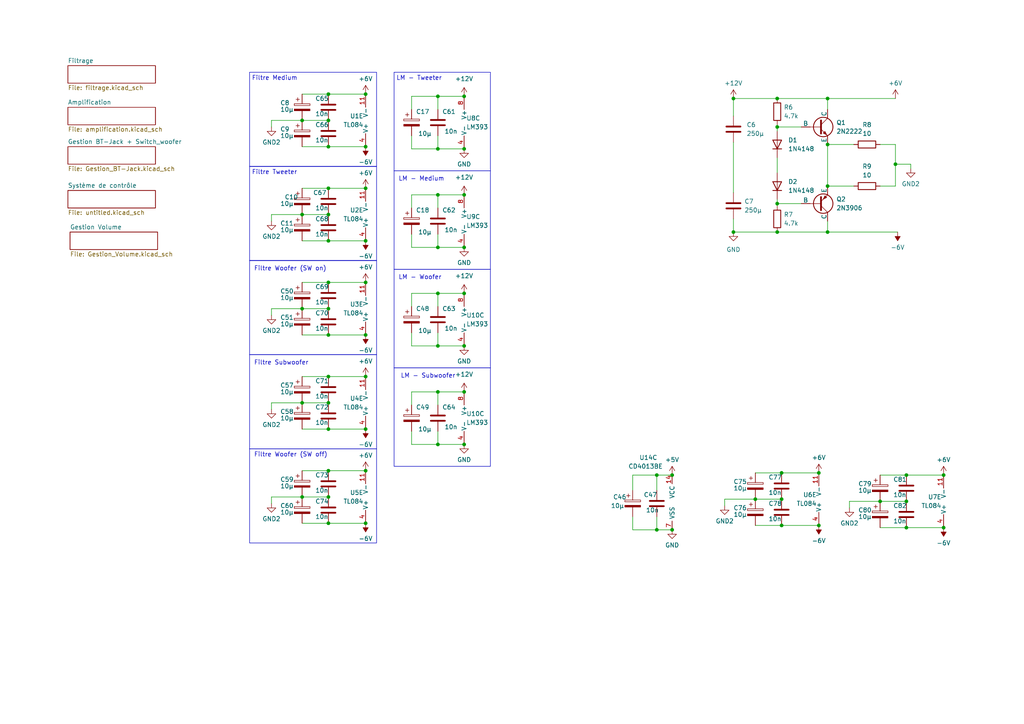
<source format=kicad_sch>
(kicad_sch (version 20230121) (generator eeschema)
  (paper "A4")
  (title_block (title "Equilizer 3 voies Ampli Classe D") (date "2024-10-17") (rev "A"))
  (lib_symbols
    (symbol "1_My_Lib:CD4013BE"
      (property "Reference" "U" (at 0 3.175 0))
      (property "Value" "CD4013BE" (at 0 1.27 0))
      (symbol "CD4013BE_1_1"
        (rectangle (start -6.35 0) (end 6.35 -17.145) (fill (type background)))
        (polyline (pts (xy -6.35 -6.35) (xy -5.715 -6.985) (xy -6.35 -7.62) (xy -6.35 -6.35)))
        (pin passive line (at 8.89 -1.905 180) (length 2.54) (name "Q1") (number "1"))
        (pin passive line (at 8.89 -6.985 180) (length 2.54) (name "/Q1") (number "2"))
        (pin passive line (at -8.89 -6.985 0) (length 2.54) (name "CLK1") (number "3"))
        (pin passive line (at -8.89 -11.43 0) (length 2.54) (name "RESET1") (number "4"))
        (pin passive line (at -8.89 -1.905 0) (length 2.54) (name "D1") (number "5"))
        (pin passive line (at -8.89 -15.24 0) (length 2.54) (name "SET1") (number "6"))
      )
      (symbol "CD4013BE_2_1"
        (rectangle (start -6.35 0) (end 6.35 -17.145) (fill (type background)))
        (polyline (pts (xy -6.35 -6.35) (xy -5.715 -6.985) (xy -6.35 -7.62) (xy -6.35 -6.35)))
        (pin passive line (at -8.89 -11.43 0) (length 2.54) (name "RESET2") (number "10"))
        (pin passive line (at -8.89 -6.985 0) (length 2.54) (name "CLK2") (number "11"))
        (pin passive line (at 8.89 -6.985 180) (length 2.54) (name "/Q2") (number "12"))
        (pin passive line (at 8.89 -1.905 180) (length 2.54) (name "Q2") (number "13"))
        (pin passive line (at -8.89 -15.24 0) (length 2.54) (name "SET2") (number "8"))
        (pin passive line (at -8.89 -1.905 0) (length 2.54) (name "D2") (number "9"))
      )
      (symbol "CD4013BE_3_1"
        (pin passive line (at 0 -3.81 270) (length 2.54) (name "VCC") (number "14"))
        (pin passive line (at 0 -19.685 90) (length 2.54) (name "VSS") (number "7"))
      )
    )
    (symbol "Amplifier_Operational:TL084" (pin_names (offset 0.127))
      (property "Reference" "U" (at 0 5.08 0))
      (property "Value" "TL084" (at 0 -5.08 0))
      (symbol "TL084_1_1"
        (polyline (pts (xy -5.08 5.08) (xy 5.08 0) (xy -5.08 -5.08) (xy -5.08 5.08)) (stroke (width 0.254)) (fill (type background)))
        (pin output line (at 7.62 0 180) (length 2.54) (name "~") (number "1"))
        (pin input line (at -7.62 -2.54 0) (length 2.54) (name "-") (number "2"))
        (pin input line (at -7.62 2.54 0) (length 2.54) (name "+") (number "3"))
      )
      (symbol "TL084_2_1"
        (polyline (pts (xy -5.08 5.08) (xy 5.08 0) (xy -5.08 -5.08) (xy -5.08 5.08)) (stroke (width 0.254)) (fill (type background)))
        (pin input line (at -7.62 2.54 0) (length 2.54) (name "+") (number "5"))
        (pin input line (at -7.62 -2.54 0) (length 2.54) (name "-") (number "6"))
        (pin output line (at 7.62 0 180) (length 2.54) (name "~") (number "7"))
      )
      (symbol "TL084_3_1"
        (polyline (pts (xy -5.08 5.08) (xy 5.08 0) (xy -5.08 -5.08) (xy -5.08 5.08)) (stroke (width 0.254)) (fill (type background)))
        (pin input line (at -7.62 2.54 0) (length 2.54) (name "+") (number "10"))
        (pin output line (at 7.62 0 180) (length 2.54) (name "~") (number "8"))
        (pin input line (at -7.62 -2.54 0) (length 2.54) (name "-") (number "9"))
      )
      (symbol "TL084_4_1"
        (polyline (pts (xy -5.08 5.08) (xy 5.08 0) (xy -5.08 -5.08) (xy -5.08 5.08)) (stroke (width 0.254)) (fill (type background)))
        (pin input line (at -7.62 2.54 0) (length 2.54) (name "+") (number "12"))
        (pin input line (at -7.62 -2.54 0) (length 2.54) (name "-") (number "13"))
        (pin output line (at 7.62 0 180) (length 2.54) (name "~") (number "14"))
      )
      (symbol "TL084_5_1"
        (pin power_in line (at -2.54 -7.62 90) (length 3.81) (name "V-") (number "11"))
        (pin power_in line (at -2.54 7.62 270) (length 3.81) (name "V+") (number "4"))
      )
    )
    (symbol "Comparator:LM393" (pin_names (offset 0.127))
      (property "Reference" "U" (at 3.81 3.81 0))
      (property "Value" "LM393" (at 6.35 -3.81 0))
      (symbol "LM393_1_1"
        (polyline (pts (xy -5.08 5.08) (xy 5.08 0) (xy -5.08 -5.08) (xy -5.08 5.08)) (stroke (width 0.254)) (fill (type background)))
        (polyline (pts (xy 3.302 -0.508) (xy 2.794 -0.508) (xy 3.302 0) (xy 2.794 0.508) (xy 2.286 0) (xy 2.794 -0.508) (xy 2.286 -0.508)) (stroke (width 0.127)))
        (pin open_collector line (at 7.62 0 180) (length 2.54) (name "~") (number "1"))
        (pin input line (at -7.62 -2.54 0) (length 2.54) (name "-") (number "2"))
        (pin input line (at -7.62 2.54 0) (length 2.54) (name "+") (number "3"))
      )
      (symbol "LM393_2_1"
        (polyline (pts (xy -5.08 5.08) (xy 5.08 0) (xy -5.08 -5.08) (xy -5.08 5.08)) (stroke (width 0.254)) (fill (type background)))
        (polyline (pts (xy 3.302 -0.508) (xy 2.794 -0.508) (xy 3.302 0) (xy 2.794 0.508) (xy 2.286 0) (xy 2.794 -0.508) (xy 2.286 -0.508)) (stroke (width 0.127)))
        (pin input line (at -7.62 2.54 0) (length 2.54) (name "+") (number "5"))
        (pin input line (at -7.62 -2.54 0) (length 2.54) (name "-") (number "6"))
        (pin open_collector line (at 7.62 0 180) (length 2.54) (name "~") (number "7"))
      )
      (symbol "LM393_3_1"
        (pin power_in line (at -2.54 -7.62 90) (length 3.81) (name "V-") (number "4"))
        (pin power_in line (at -2.54 7.62 270) (length 3.81) (name "V+") (number "8"))
      )
    )
    (symbol "Device:C" (pin_numbers hide) (pin_names (offset 0.254))
      (property "Reference" "C" (at 0.635 2.54 0))
      (property "Value" "C" (at 0.635 -2.54 0))
      (symbol "C_0_1"
        (polyline (pts (xy -2.032 -0.762) (xy 2.032 -0.762)) (stroke (width 0.508)))
        (polyline (pts (xy -2.032 0.762) (xy 2.032 0.762)) (stroke (width 0.508)))
      )
      (symbol "C_1_1"
        (pin passive line (at 0 3.81 270) (length 2.794) (name "~") (number "1"))
        (pin passive line (at 0 -3.81 90) (length 2.794) (name "~") (number "2"))
      )
    )
    (symbol "Device:C_Polarized" (pin_numbers hide) (pin_names (offset 0.254))
      (property "Reference" "C" (at 0.635 2.54 0))
      (property "Value" "C_Polarized" (at 0.635 -2.54 0))
      (symbol "C_Polarized_0_1"
        (rectangle (start -2.286 0.508) (end 2.286 1.016))
        (polyline (pts (xy -1.778 2.286) (xy -0.762 2.286)))
        (polyline (pts (xy -1.27 2.794) (xy -1.27 1.778)))
        (rectangle (start 2.286 -0.508) (end -2.286 -1.016) (fill (type outline)))
      )
      (symbol "C_Polarized_1_1"
        (pin passive line (at 0 3.81 270) (length 2.794) (name "~") (number "1"))
        (pin passive line (at 0 -3.81 90) (length 2.794) (name "~") (number "2"))
      )
    )
    (symbol "Device:D" (pin_numbers hide) (pin_names (offset 1.016) hide)
      (property "Reference" "D" (at 0 2.54 0))
      (property "Value" "D" (at 0 -2.54 0))
      (symbol "D_0_1"
        (polyline (pts (xy -1.27 1.27) (xy -1.27 -1.27)) (stroke (width 0.254)))
        (polyline (pts (xy 1.27 0) (xy -1.27 0)))
        (polyline (pts (xy 1.27 1.27) (xy 1.27 -1.27) (xy -1.27 0) (xy 1.27 1.27)) (stroke (width 0.254)))
      )
      (symbol "D_1_1"
        (pin passive line (at -3.81 0 0) (length 2.54) (name "K") (number "1"))
        (pin passive line (at 3.81 0 180) (length 2.54) (name "A") (number "2"))
      )
    )
    (symbol "Device:R" (pin_numbers hide) (pin_names (offset 0))
      (property "Reference" "R" (at 2.032 0 90))
      (property "Value" "R" (at 0 0 90))
      (symbol "R_0_1"
        (rectangle (start -1.016 -2.54) (end 1.016 2.54) (stroke (width 0.254)))
      )
      (symbol "R_1_1"
        (pin passive line (at 0 3.81 270) (length 1.27) (name "~") (number "1"))
        (pin passive line (at 0 -3.81 90) (length 1.27) (name "~") (number "2"))
      )
    )
    (symbol "Simulation_SPICE:NPN" (pin_numbers hide) (pin_names (offset 0))
      (property "Reference" "Q" (at -2.54 7.62 0))
      (property "Value" "NPN" (at -2.54 5.08 0))
      (symbol "NPN_0_1"
        (polyline (pts (xy -2.54 0) (xy 0.635 0)) (stroke (width 0.1524)))
        (polyline (pts (xy 0.635 0.635) (xy 2.54 2.54)))
        (polyline (pts (xy 2.794 -1.27) (xy 2.794 -1.27)) (stroke (width 0.1524)))
        (polyline (pts (xy 2.794 -1.27) (xy 2.794 -1.27)) (stroke (width 0.1524)))
        (polyline (pts (xy 0.635 -0.635) (xy 2.54 -2.54) (xy 2.54 -2.54)))
        (polyline (pts (xy 0.635 1.905) (xy 0.635 -1.905) (xy 0.635 -1.905)) (stroke (width 0.508)))
        (polyline (pts (xy 1.27 -1.778) (xy 1.778 -1.27) (xy 2.286 -2.286) (xy 1.27 -1.778) (xy 1.27 -1.778)) (fill (type outline)))
        (circle (center 1.27 0) (radius 2.8194) (stroke (width 0.254)))
      )
      (symbol "NPN_1_1"
        (pin open_collector line (at 2.54 5.08 270) (length 2.54) (name "C") (number "1"))
        (pin input line (at -5.08 0 0) (length 2.54) (name "B") (number "2"))
        (pin open_emitter line (at 2.54 -5.08 90) (length 2.54) (name "E") (number "3"))
      )
    )
    (symbol "Simulation_SPICE:PNP" (pin_numbers hide) (pin_names (offset 0))
      (property "Reference" "Q" (at -2.54 7.62 0))
      (property "Value" "PNP" (at -2.54 5.08 0))
      (symbol "PNP_0_1"
        (polyline (pts (xy -2.54 0) (xy 0.635 0)) (stroke (width 0.1524)))
        (polyline (pts (xy 0.635 0.635) (xy 2.54 2.54)))
        (polyline (pts (xy 0.635 -0.635) (xy 2.54 -2.54) (xy 2.54 -2.54)))
        (polyline (pts (xy 0.635 1.905) (xy 0.635 -1.905) (xy 0.635 -1.905)) (stroke (width 0.508)))
        (polyline (pts (xy 2.286 -1.778) (xy 1.778 -2.286) (xy 1.27 -1.27) (xy 2.286 -1.778) (xy 2.286 -1.778)) (fill (type outline)))
        (circle (center 1.27 0) (radius 2.8194) (stroke (width 0.254)))
      )
      (symbol "PNP_1_1"
        (pin open_collector line (at 2.54 5.08 270) (length 2.54) (name "C") (number "1"))
        (pin input line (at -5.08 0 0) (length 2.54) (name "B") (number "2"))
        (pin open_emitter line (at 2.54 -5.08 90) (length 2.54) (name "E") (number "3"))
      )
    )
    (symbol "power:+12V" (power) (pin_names (offset 0))
      (property "Value" "+12V" (at 0 3.556 0))
      (symbol "+12V_0_1"
        (polyline (pts (xy -0.762 1.27) (xy 0 2.54)))
        (polyline (pts (xy 0 0) (xy 0 2.54)))
        (polyline (pts (xy 0 2.54) (xy 0.762 1.27)))
      )
      (symbol "+12V_1_1"
        (pin power_in line (at 0 0 90) (length 0) hide (name "+12V") (number "1"))
      )
    )
    (symbol "power:+5V" (power) (pin_names (offset 0))
      (property "Value" "+5V" (at 0 3.556 0))
      (symbol "+5V_0_1"
        (polyline (pts (xy -0.762 1.27) (xy 0 2.54)))
        (polyline (pts (xy 0 0) (xy 0 2.54)))
        (polyline (pts (xy 0 2.54) (xy 0.762 1.27)))
      )
      (symbol "+5V_1_1"
        (pin power_in line (at 0 0 90) (length 0) hide (name "+5V") (number "1"))
      )
    )
    (symbol "power:+6V" (power) (pin_names (offset 0))
      (property "Value" "+6V" (at 0 3.556 0))
      (symbol "+6V_0_1"
        (polyline (pts (xy -0.762 1.27) (xy 0 2.54)))
        (polyline (pts (xy 0 0) (xy 0 2.54)))
        (polyline (pts (xy 0 2.54) (xy 0.762 1.27)))
      )
      (symbol "+6V_1_1"
        (pin power_in line (at 0 0 90) (length 0) hide (name "+6V") (number "1"))
      )
    )
    (symbol "power:-6V" (power) (pin_names (offset 0))
      (property "Value" "-6V" (at 0 3.81 0))
      (symbol "-6V_0_0"
        (pin power_in line (at 0 0 90) (length 0) hide (name "-6V") (number "1"))
      )
      (symbol "-6V_0_1"
        (polyline (pts (xy 0 0) (xy 0 1.27) (xy 0.762 1.27) (xy 0 2.54) (xy -0.762 1.27) (xy 0 1.27)) (fill (type outline)))
      )
    )
    (symbol "power:GND" (power) (pin_names (offset 0))
      (property "Value" "GND" (at 0 -3.81 0))
      (symbol "GND_0_1"
        (polyline (pts (xy 0 0) (xy 0 -1.27) (xy 1.27 -1.27) (xy 0 -2.54) (xy -1.27 -1.27) (xy 0 -1.27)))
      )
      (symbol "GND_1_1"
        (pin power_in line (at 0 0 270) (length 0) hide (name "GND") (number "1"))
      )
    )
    (symbol "power:GND2" (power) (pin_names (offset 0))
      (property "Value" "GND2" (at 0 -3.81 0))
      (symbol "GND2_0_1"
        (polyline (pts (xy 0 0) (xy 0 -1.27) (xy 1.27 -1.27) (xy 0 -2.54) (xy -1.27 -1.27) (xy 0 -1.27)))
      )
      (symbol "GND2_1_1"
        (pin power_in line (at 0 0 270) (length 0) hide (name "GND2") (number "1"))
      )
    )
  )
  (junction (at 134.62 113.665))
  (junction (at 212.725 67.31))
  (junction (at 226.695 152.4))
  (junction (at 106.045 27.305))
  (junction (at 95.25 89.535))
  (junction (at 95.25 42.545))
  (junction (at 225.425 59.055))
  (junction (at 127 27.94))
  (junction (at 106.045 54.61))
  (junction (at 262.89 153.035))
  (junction (at 240.03 28.575))
  (junction (at 95.25 34.925))
  (junction (at 127 85.09))
  (junction (at 127 43.18))
  (junction (at 95.25 116.84))
  (junction (at 95.25 54.61))
  (junction (at 127 100.33))
  (junction (at 237.49 152.4))
  (junction (at 134.62 56.515))
  (junction (at 95.25 151.765))
  (junction (at 106.045 69.85))
  (junction (at 95.25 97.155))
  (junction (at 225.425 67.31))
  (junction (at 106.045 42.545))
  (junction (at 240.03 67.31))
  (junction (at 240.03 41.91))
  (junction (at 87.63 62.23))
  (junction (at 262.89 145.415))
  (junction (at 219.075 144.78))
  (junction (at 134.62 43.18))
  (junction (at 95.25 144.145))
  (junction (at 127 71.755))
  (junction (at 273.685 137.795))
  (junction (at 134.62 27.94))
  (junction (at 226.695 144.78))
  (junction (at 226.695 137.16))
  (junction (at 190.5 137.795))
  (junction (at 106.045 97.155))
  (junction (at 87.63 116.84))
  (junction (at 237.49 137.16))
  (junction (at 95.25 136.525))
  (junction (at 212.725 28.575))
  (junction (at 273.685 153.035))
  (junction (at 106.045 109.22))
  (junction (at 194.945 153.67))
  (junction (at 95.25 124.46))
  (junction (at 106.045 81.915))
  (junction (at 95.25 81.915))
  (junction (at 127 128.905))
  (junction (at 106.045 124.46))
  (junction (at 134.62 128.905))
  (junction (at 106.045 151.765))
  (junction (at 87.63 34.925))
  (junction (at 95.25 69.85))
  (junction (at 127 113.665))
  (junction (at 127 56.515))
  (junction (at 87.63 144.145))
  (junction (at 259.715 47.625))
  (junction (at 95.25 62.23))
  (junction (at 134.62 85.09))
  (junction (at 134.62 71.755))
  (junction (at 225.425 28.575))
  (junction (at 255.27 145.415))
  (junction (at 95.25 27.305))
  (junction (at 194.945 137.795))
  (junction (at 190.5 153.67))
  (junction (at 262.89 137.795))
  (junction (at 106.045 136.525))
  (junction (at 95.25 109.22))
  (junction (at 134.62 100.33))
  (junction (at 240.03 53.975))
  (junction (at 225.425 36.83))
  (junction (at 87.63 89.535))
  (wire (pts (xy 226.695 137.16) (xy 237.49 137.16)))
  (wire (pts (xy 119.38 56.515) (xy 127 56.515)))
  (wire (pts (xy 259.715 47.625) (xy 259.715 53.975)))
  (wire (pts (xy 78.74 89.535) (xy 87.63 89.535)))
  (wire (pts (xy 255.27 153.035) (xy 262.89 153.035)))
  (wire (pts (xy 225.425 45.72) (xy 225.425 50.165)))
  (wire (pts (xy 225.425 36.83) (xy 232.41 36.83)))
  (wire (pts (xy 183.515 153.67) (xy 190.5 153.67)))
  (wire (pts (xy 95.25 109.22) (xy 106.045 109.22)))
  (wire (pts (xy 264.16 48.895) (xy 264.16 47.625)))
  (wire (pts (xy 119.38 128.905) (xy 127 128.905)))
  (wire (pts (xy 240.03 28.575) (xy 240.03 31.75)))
  (wire (pts (xy 87.63 109.22) (xy 95.25 109.22)))
  (wire (pts (xy 87.63 54.61) (xy 95.25 54.61)))
  (wire (pts (xy 212.725 41.275) (xy 212.725 55.88)))
  (wire (pts (xy 240.03 67.31) (xy 260.35 67.31)))
  (wire (pts (xy 87.63 136.525) (xy 95.25 136.525)))
  (wire (pts (xy 127 96.52) (xy 127 100.33)))
  (wire (pts (xy 127 56.515) (xy 134.62 56.515)))
  (wire (pts (xy 95.25 69.85) (xy 106.045 69.85)))
  (wire (pts (xy 190.5 142.24) (xy 190.5 137.795)))
  (wire (pts (xy 225.425 36.83) (xy 225.425 38.1)))
  (wire (pts (xy 95.25 97.155) (xy 106.045 97.155)))
  (wire (pts (xy 219.075 144.78) (xy 226.695 144.78)))
  (wire (pts (xy 240.03 28.575) (xy 259.715 28.575)))
  (wire (pts (xy 183.515 137.795) (xy 190.5 137.795)))
  (wire (pts (xy 95.25 136.525) (xy 106.045 136.525)))
  (wire (pts (xy 255.27 41.91) (xy 259.715 41.91)))
  (wire (pts (xy 87.63 116.84) (xy 95.25 116.84)))
  (wire (pts (xy 78.74 116.84) (xy 87.63 116.84)))
  (wire (pts (xy 219.075 137.16) (xy 226.695 137.16)))
  (wire (pts (xy 255.27 145.415) (xy 262.89 145.415)))
  (wire (pts (xy 225.425 28.575) (xy 212.725 28.575)))
  (wire (pts (xy 212.725 63.5) (xy 212.725 67.31)))
  (wire (pts (xy 212.725 28.575) (xy 212.725 33.655)))
  (wire (pts (xy 78.74 144.145) (xy 87.63 144.145)))
  (wire (pts (xy 119.38 31.75) (xy 119.38 27.94)))
  (wire (pts (xy 240.03 64.135) (xy 240.03 67.31)))
  (wire (pts (xy 87.63 89.535) (xy 95.25 89.535)))
  (wire (pts (xy 127 113.665) (xy 134.62 113.665)))
  (wire (pts (xy 190.5 137.795) (xy 194.945 137.795)))
  (wire (pts (xy 119.38 71.755) (xy 127 71.755)))
  (wire (pts (xy 225.425 28.575) (xy 240.03 28.575)))
  (wire (pts (xy 212.725 67.31) (xy 225.425 67.31)))
  (wire (pts (xy 119.38 67.945) (xy 119.38 71.755)))
  (wire (pts (xy 264.16 47.625) (xy 259.715 47.625)))
  (wire (pts (xy 95.25 27.305) (xy 106.045 27.305)))
  (wire (pts (xy 190.5 153.67) (xy 194.945 153.67)))
  (wire (pts (xy 95.25 151.765) (xy 106.045 151.765)))
  (wire (pts (xy 119.38 27.94) (xy 127 27.94)))
  (wire (pts (xy 225.425 36.195) (xy 225.425 36.83)))
  (wire (pts (xy 119.38 85.09) (xy 127 85.09)))
  (wire (pts (xy 240.03 41.91) (xy 247.65 41.91)))
  (wire (pts (xy 127 31.75) (xy 127 27.94)))
  (wire (pts (xy 226.695 152.4) (xy 237.49 152.4)))
  (wire (pts (xy 225.425 57.785) (xy 225.425 59.055)))
  (wire (pts (xy 95.25 42.545) (xy 106.045 42.545)))
  (wire (pts (xy 119.38 60.325) (xy 119.38 56.515)))
  (wire (pts (xy 246.38 145.415) (xy 255.27 145.415)))
  (wire (pts (xy 127 88.9) (xy 127 85.09)))
  (wire (pts (xy 119.38 43.18) (xy 127 43.18)))
  (wire (pts (xy 119.38 125.095) (xy 119.38 128.905)))
  (wire (pts (xy 225.425 59.055) (xy 225.425 59.69)))
  (wire (pts (xy 119.38 117.475) (xy 119.38 113.665)))
  (wire (pts (xy 127 27.94) (xy 134.62 27.94)))
  (wire (pts (xy 127 117.475) (xy 127 113.665)))
  (wire (pts (xy 127 67.945) (xy 127 71.755)))
  (wire (pts (xy 127 85.09) (xy 134.62 85.09)))
  (wire (pts (xy 78.74 91.44) (xy 78.74 89.535)))
  (wire (pts (xy 87.63 124.46) (xy 95.25 124.46)))
  (wire (pts (xy 262.89 137.795) (xy 273.685 137.795)))
  (wire (pts (xy 210.185 146.685) (xy 210.185 144.78)))
  (wire (pts (xy 87.63 42.545) (xy 95.25 42.545)))
  (wire (pts (xy 78.74 34.925) (xy 87.63 34.925)))
  (wire (pts (xy 262.89 153.035) (xy 273.685 153.035)))
  (wire (pts (xy 183.515 142.24) (xy 183.515 137.795)))
  (wire (pts (xy 240.03 67.31) (xy 225.425 67.31)))
  (wire (pts (xy 78.74 36.83) (xy 78.74 34.925)))
  (wire (pts (xy 78.74 64.135) (xy 78.74 62.23)))
  (wire (pts (xy 119.38 39.37) (xy 119.38 43.18)))
  (wire (pts (xy 95.25 81.915) (xy 106.045 81.915)))
  (wire (pts (xy 240.03 53.975) (xy 247.65 53.975)))
  (wire (pts (xy 119.38 88.9) (xy 119.38 85.09)))
  (wire (pts (xy 87.63 34.925) (xy 95.25 34.925)))
  (wire (pts (xy 246.38 147.32) (xy 246.38 145.415)))
  (wire (pts (xy 119.38 100.33) (xy 127 100.33)))
  (wire (pts (xy 127 128.905) (xy 134.62 128.905)))
  (wire (pts (xy 78.74 118.745) (xy 78.74 116.84)))
  (wire (pts (xy 119.38 113.665) (xy 127 113.665)))
  (wire (pts (xy 127 125.095) (xy 127 128.905)))
  (wire (pts (xy 255.27 137.795) (xy 262.89 137.795)))
  (wire (pts (xy 127 71.755) (xy 134.62 71.755)))
  (wire (pts (xy 183.515 149.86) (xy 183.515 153.67)))
  (wire (pts (xy 87.63 69.85) (xy 95.25 69.85)))
  (wire (pts (xy 78.74 146.05) (xy 78.74 144.145)))
  (wire (pts (xy 127 39.37) (xy 127 43.18)))
  (wire (pts (xy 87.63 62.23) (xy 95.25 62.23)))
  (wire (pts (xy 87.63 144.145) (xy 95.25 144.145)))
  (wire (pts (xy 87.63 97.155) (xy 95.25 97.155)))
  (wire (pts (xy 119.38 96.52) (xy 119.38 100.33)))
  (wire (pts (xy 127 100.33) (xy 134.62 100.33)))
  (wire (pts (xy 87.63 27.305) (xy 95.25 27.305)))
  (wire (pts (xy 190.5 149.86) (xy 190.5 153.67)))
  (wire (pts (xy 87.63 81.915) (xy 95.25 81.915)))
  (wire (pts (xy 219.075 152.4) (xy 226.695 152.4)))
  (wire (pts (xy 259.715 53.975) (xy 255.27 53.975)))
  (wire (pts (xy 78.74 62.23) (xy 87.63 62.23)))
  (wire (pts (xy 127 60.325) (xy 127 56.515)))
  (wire (pts (xy 225.425 59.055) (xy 232.41 59.055)))
  (wire (pts (xy 240.03 41.91) (xy 240.03 53.975)))
  (wire (pts (xy 95.25 54.61) (xy 106.045 54.61)))
  (wire (pts (xy 95.25 124.46) (xy 106.045 124.46)))
  (wire (pts (xy 259.715 41.91) (xy 259.715 47.625)))
  (wire (pts (xy 87.63 151.765) (xy 95.25 151.765)))
  (wire (pts (xy 210.185 144.78) (xy 219.075 144.78)))
  (wire (pts (xy 127 43.18) (xy 134.62 43.18)))
  (rectangle (start 114.3 49.53) (end 142.24 78.105))
  (rectangle (start 114.3 78.105) (end 142.24 106.68))
  (rectangle (start 114.3 106.68) (end 142.24 135.255))
  (rectangle (start 72.39 102.87) (end 109.22 130.175))
  (rectangle (start 114.3 20.955) (end 142.24 49.53))
  (rectangle (start 72.39 75.565) (end 109.22 102.87))
  (rectangle (start 72.39 130.175) (end 109.22 157.48))
  (rectangle (start 72.39 20.955) (end 109.22 48.26))
  (rectangle (start 72.39 48.26) (end 109.22 75.565))
  (text "LM - Tweeter" (at 114.935 23.495 0) (effects (font (size 1.27 1.27)) (justify left bottom)))
  (text "LM - Subwoofer" (at 116.205 109.855 0) (effects (font (size 1.27 1.27)) (justify left bottom)))
  (text "Filtre Tweeter" (at 73.025 50.8 0) (effects (font (size 1.27 1.27)) (justify left bottom)))
  (text "Filtre Subwoofer" (at 73.66 106.045 0) (effects (font (size 1.27 1.27)) (justify left bottom)))
  (text "Filtre Medium" (at 73.025 23.495 0) (effects (font (size 1.27 1.27)) (justify left bottom)))
  (text "LM - Woofer" (at 115.57 81.28 0) (effects (font (size 1.27 1.27)) (justify left bottom)))
  (text "Filtre Woofer (SW off)" (at 73.66 132.715 0) (effects (font (size 1.27 1.27)) (justify left bottom)))
  (text "Filtre Woofer (SW on)" (at 73.66 78.74 0) (effects (font (size 1.27 1.27)) (justify left bottom)))
  (text "LM - Medium" (at 115.57 52.705 0) (effects (font (size 1.27 1.27)) (justify left bottom)))
  (symbol (lib_id "power:GND") (at 134.62 100.33 0) (unit 1)
    (property "Reference" "#PWR080" (effects hide))
    (property "Value" "GND" (at 134.62 104.775 0))
  )
  (symbol (lib_id "power:GND") (at 212.725 67.31 0) (unit 1)
    (property "Reference" "#PWR05" (effects hide))
    (property "Value" "GND" (at 212.725 72.39 0))
  )
  (symbol (lib_id "Device:C") (at 95.25 31.115 0) (unit 1)
    (property "Reference" "C65" (at 91.44 28.575 0) (effects (justify left)))
    (property "Value" "10n" (at 91.44 33.02 0) (effects (justify left)))
    (property "Footprint" "Capacitor_SMD:C_0805_2012Metric_Pad1.18x1.45mm_HandSolder" (effects hide))
  )
  (symbol (lib_id "power:GND2") (at 78.74 146.05 0) (unit 1)
    (property "Reference" "#PWR083" (effects hide))
    (property "Value" "GND2" (at 78.74 150.495 0))
  )
  (symbol (lib_id "Device:C") (at 95.25 147.955 0) (unit 1)
    (property "Reference" "C74" (at 91.44 145.415 0) (effects (justify left)))
    (property "Value" "10n" (at 91.44 149.86 0) (effects (justify left)))
    (property "Footprint" "Capacitor_SMD:C_0805_2012Metric_Pad1.18x1.45mm_HandSolder" (effects hide))
  )
  (symbol (lib_id "power:-6V") (at 106.045 97.155 180) (unit 1)
    (property "Reference" "#PWR089" (effects hide))
    (property "Value" "-6V" (at 106.045 101.6 0))
  )
  (symbol (lib_id "power:+12V") (at 134.62 56.515 0) (unit 1)
    (property "Reference" "#PWR070" (effects hide))
    (property "Value" "+12V" (at 134.62 51.435 0))
  )
  (symbol (lib_id "Device:C") (at 226.695 148.59 0) (unit 1)
    (property "Reference" "C78" (at 222.885 146.05 0) (effects (justify left)))
    (property "Value" "10n" (at 222.885 150.495 0) (effects (justify left)))
    (property "Footprint" "Capacitor_SMD:C_0805_2012Metric_Pad1.18x1.45mm_HandSolder" (effects hide))
  )
  (symbol (lib_id "Device:C") (at 95.25 93.345 0) (unit 1)
    (property "Reference" "C70" (at 91.44 90.805 0) (effects (justify left)))
    (property "Value" "10n" (at 91.44 95.25 0) (effects (justify left)))
    (property "Footprint" "Capacitor_SMD:C_0805_2012Metric_Pad1.18x1.45mm_HandSolder" (effects hide))
  )
  (symbol (lib_id "Comparator:LM393") (at 137.16 35.56 0) (unit 3)
    (property "Reference" "U8" (at 135.255 34.29 0) (effects (justify left)))
    (property "Value" "LM393" (at 135.255 36.83 0) (effects (justify left)))
    (property "Footprint" "Package_SO:SOP-8_3.9x4.9mm_P1.27mm" (effects hide))
    (property "Datasheet" "http://www.ti.com/lit/ds/symlink/lm393.pdf" (effects hide))
    (property "Sim.Library" "C:\\Users\\guill\\Desktop\\Ampli\\lm393.lib" (effects hide))
    (property "Sim.Name" "LM2903B" (effects hide))
    (property "Sim.Device" "SUBCKT" (effects hide))
    (property "Sim.Pins" "1=OUT 2=IN- 3=IN+ 4=GND 8=Vcc" (effects hide))
    (property "Commande" "https://fr.aliexpress.com/item/1005006140264456.html?spm=a2g0o.productlist.main.3.c2913855le8ei9&algo_pvid=9ab3588e-9ca5-434c-addd-678f64d39a21&utparam-url=scene%3Asearch%7Cquery_from%3A" (effects hide))
  )
  (symbol (lib_id "Device:C_Polarized") (at 119.38 121.285 0) (unit 1)
    (property "Reference" "C49" (at 120.65 118.11 0) (effects (justify left)))
    (property "Value" "10µ" (at 121.285 124.46 0) (effects (justify left)))
  )
  (symbol (lib_id "Device:C") (at 95.25 120.65 0) (unit 1)
    (property "Reference" "C72" (at 91.44 118.11 0) (effects (justify left)))
    (property "Value" "10n" (at 91.44 122.555 0) (effects (justify left)))
    (property "Footprint" "Capacitor_SMD:C_0805_2012Metric_Pad1.18x1.45mm_HandSolder" (effects hide))
  )
  (symbol (lib_id "power:+6V") (at 106.045 136.525 0) (unit 1)
    (property "Reference" "#PWR092" (effects hide))
    (property "Value" "+6V" (at 106.045 132.08 0))
  )
  (symbol (lib_id "Device:C") (at 127 121.285 0) (unit 1)
    (property "Reference" "C64" (at 128.27 118.11 0) (effects (justify left)))
    (property "Value" "10n" (at 128.905 123.825 0) (effects (justify left)))
    (property "Footprint" "Capacitor_SMD:C_0805_2012Metric_Pad1.18x1.45mm_HandSolder" (effects hide))
  )
  (symbol (lib_id "power:GND2") (at 78.74 64.135 0) (unit 1)
    (property "Reference" "#PWR010" (effects hide))
    (property "Value" "GND2" (at 78.74 68.58 0))
  )
  (symbol (lib_id "Device:C") (at 190.5 146.05 0) (unit 1)
    (property "Reference" "C47" (at 186.69 143.51 0) (effects (justify left)))
    (property "Value" "10n" (at 187.325 147.955 0) (effects (justify left)))
    (property "Footprint" "Capacitor_SMD:C_0805_2012Metric_Pad1.18x1.45mm_HandSolder" (effects hide))
  )
  (symbol (lib_id "Device:C") (at 95.25 113.03 0) (unit 1)
    (property "Reference" "C71" (at 91.44 110.49 0) (effects (justify left)))
    (property "Value" "10n" (at 91.44 114.935 0) (effects (justify left)))
    (property "Footprint" "Capacitor_SMD:C_0805_2012Metric_Pad1.18x1.45mm_HandSolder" (effects hide))
  )
  (symbol (lib_id "Device:R") (at 251.46 53.975 90) (unit 1)
    (property "Reference" "R9" (at 251.46 48.26 90))
    (property "Value" "10" (at 251.46 50.8 90))
    (property "Footprint" "Resistor_SMD:R_0805_2012Metric_Pad1.20x1.40mm_HandSolder" (effects hide))
  )
  (symbol (lib_id "Device:C_Polarized") (at 87.63 120.65 0) (unit 1)
    (property "Reference" "C58" (at 81.28 119.38 0) (effects (justify left)))
    (property "Value" "10µ" (at 81.28 121.285 0) (effects (justify left)))
  )
  (symbol (lib_id "power:-6V") (at 106.045 42.545 180) (unit 1)
    (property "Reference" "#PWR085" (effects hide))
    (property "Value" "-6V" (at 106.045 46.99 0))
  )
  (symbol (lib_id "power:+5V") (at 194.945 137.795 0) (unit 1)
    (property "Reference" "#PWR060" (effects hide))
    (property "Value" "+5V" (at 194.945 133.35 0))
  )
  (symbol (lib_id "Device:C_Polarized") (at 87.63 38.735 0) (unit 1)
    (property "Reference" "C9" (at 81.28 37.465 0) (effects (justify left)))
    (property "Value" "10µ" (at 81.28 39.37 0) (effects (justify left)))
  )
  (symbol (lib_id "Device:R") (at 225.425 32.385 0) (unit 1)
    (property "Reference" "R6" (at 227.33 31.115 0) (effects (justify left)))
    (property "Value" "4.7k" (at 227.33 33.655 0) (effects (justify left)))
    (property "Footprint" "Resistor_SMD:R_0805_2012Metric_Pad1.20x1.40mm_HandSolder" (effects hide))
  )
  (symbol (lib_id "Simulation_SPICE:PNP") (at 237.49 59.055 0) (mirror x) (unit 1)
    (property "Reference" "Q2" (at 242.57 57.785 0) (effects (justify left)))
    (property "Value" "2N3906" (at 242.57 60.325 0) (effects (justify left)))
    (property "Sim.Device" "PNP" (effects hide))
    (property "Sim.Type" "GUMMELPOON" (effects hide))
    (property "Sim.Pins" "1=C 2=B 3=E" (effects hide))
  )
  (symbol (lib_id "Amplifier_Operational:TL084") (at 108.585 116.84 0) (mirror x) (unit 5)
    (property "Reference" "U4" (at 105.41 115.57 0) (effects (justify right)))
    (property "Value" "TL084" (at 105.41 118.11 0) (effects (justify right)))
    (property "Footprint" "Package_SO:SO-14_3.9x8.65mm_P1.27mm" (effects hide))
    (property "Datasheet" "http://www.ti.com/lit/ds/symlink/tl081.pdf" (effects hide))
  )
  (symbol (lib_id "Amplifier_Operational:TL084") (at 240.03 144.78 0) (mirror x) (unit 5)
    (property "Reference" "U6" (at 236.855 143.51 0) (effects (justify right)))
    (property "Value" "TL084" (at 236.855 146.05 0) (effects (justify right)))
    (property "Footprint" "Package_SO:SO-14_3.9x8.65mm_P1.27mm" (effects hide))
    (property "Datasheet" "http://www.ti.com/lit/ds/symlink/tl081.pdf" (effects hide))
  )
  (symbol (lib_id "Device:C_Polarized") (at 219.075 140.97 0) (unit 1)
    (property "Reference" "C75" (at 212.725 139.7 0) (effects (justify left)))
    (property "Value" "10µ" (at 212.725 141.605 0) (effects (justify left)))
  )
  (symbol (lib_id "power:+12V") (at 134.62 113.665 0) (unit 1)
    (property "Reference" "#PWR081" (effects hide))
    (property "Value" "+12V" (at 134.62 108.585 0))
  )
  (symbol (lib_id "Amplifier_Operational:TL084") (at 108.585 62.23 0) (mirror x) (unit 5)
    (property "Reference" "U2" (at 105.41 60.96 0) (effects (justify right)))
    (property "Value" "TL084" (at 105.41 63.5 0) (effects (justify right)))
    (property "Footprint" "Package_SO:SO-14_3.9x8.65mm_P1.27mm" (effects hide))
    (property "Datasheet" "http://www.ti.com/lit/ds/symlink/tl081.pdf" (effects hide))
  )
  (symbol (lib_id "Amplifier_Operational:TL084") (at 108.585 89.535 0) (mirror x) (unit 5)
    (property "Reference" "U3" (at 105.41 88.265 0) (effects (justify right)))
    (property "Value" "TL084" (at 105.41 90.805 0) (effects (justify right)))
    (property "Footprint" "Package_SO:SO-14_3.9x8.65mm_P1.27mm" (effects hide))
    (property "Datasheet" "http://www.ti.com/lit/ds/symlink/tl081.pdf" (effects hide))
  )
  (symbol (lib_id "power:+12V") (at 134.62 27.94 0) (unit 1)
    (property "Reference" "#PWR050" (effects hide))
    (property "Value" "+12V" (at 134.62 22.86 0))
  )
  (symbol (lib_id "Device:C") (at 95.25 58.42 0) (unit 1)
    (property "Reference" "C67" (at 90.805 55.88 0) (effects (justify left)))
    (property "Value" "10n" (at 91.44 60.325 0) (effects (justify left)))
    (property "Footprint" "Capacitor_SMD:C_0805_2012Metric_Pad1.18x1.45mm_HandSolder" (effects hide))
  )
  (symbol (lib_id "Device:C_Polarized") (at 87.63 147.955 0) (unit 1)
    (property "Reference" "C60" (at 81.28 146.685 0) (effects (justify left)))
    (property "Value" "10µ" (at 81.28 148.59 0) (effects (justify left)))
  )
  (symbol (lib_id "Amplifier_Operational:TL084") (at 108.585 144.145 0) (mirror x) (unit 5)
    (property "Reference" "U5" (at 105.41 142.875 0) (effects (justify right)))
    (property "Value" "TL084" (at 105.41 145.415 0) (effects (justify right)))
    (property "Footprint" "Package_SO:SO-14_3.9x8.65mm_P1.27mm" (effects hide))
    (property "Datasheet" "http://www.ti.com/lit/ds/symlink/tl081.pdf" (effects hide))
  )
  (symbol (lib_id "Device:C") (at 95.25 85.725 0) (unit 1)
    (property "Reference" "C69" (at 91.44 83.185 0) (effects (justify left)))
    (property "Value" "10n" (at 91.44 87.63 0) (effects (justify left)))
    (property "Footprint" "Capacitor_SMD:C_0805_2012Metric_Pad1.18x1.45mm_HandSolder" (effects hide))
  )
  (symbol (lib_id "power:+6V") (at 106.045 81.915 0) (unit 1)
    (property "Reference" "#PWR088" (effects hide))
    (property "Value" "+6V" (at 106.045 77.47 0))
  )
  (symbol (lib_id "power:GND2") (at 78.74 118.745 0) (unit 1)
    (property "Reference" "#PWR073" (effects hide))
    (property "Value" "GND2" (at 78.74 123.19 0))
  )
  (symbol (lib_id "Device:D") (at 225.425 41.91 90) (unit 1)
    (property "Reference" "D1" (at 228.6 40.64 90) (effects (justify right)))
    (property "Value" "1N4148" (at 228.6 43.18 90) (effects (justify right)))
    (property "Sim.Device" "D" (effects hide))
    (property "Sim.Pins" "1=K 2=A" (effects hide))
  )
  (symbol (lib_id "Device:D") (at 225.425 53.975 90) (unit 1)
    (property "Reference" "D2" (at 228.6 52.705 90) (effects (justify right)))
    (property "Value" "1N4148" (at 228.6 55.245 90) (effects (justify right)))
    (property "Sim.Device" "D" (effects hide))
    (property "Sim.Pins" "1=K 2=A" (effects hide))
  )
  (symbol (lib_id "power:+6V") (at 106.045 27.305 0) (unit 1)
    (property "Reference" "#PWR084" (effects hide))
    (property "Value" "+6V" (at 106.045 22.86 0))
  )
  (symbol (lib_id "Device:C") (at 95.25 66.04 0) (unit 1)
    (property "Reference" "C68" (at 91.44 63.5 0) (effects (justify left)))
    (property "Value" "10n" (at 91.44 67.945 0) (effects (justify left)))
    (property "Footprint" "Capacitor_SMD:C_0805_2012Metric_Pad1.18x1.45mm_HandSolder" (effects hide))
  )
  (symbol (lib_id "power:+6V") (at 273.685 137.795 0) (unit 1)
    (property "Reference" "#PWR098" (effects hide))
    (property "Value" "+6V" (at 273.685 133.35 0))
  )
  (symbol (lib_id "Amplifier_Operational:TL084") (at 108.585 34.925 0) (mirror x) (unit 5)
    (property "Reference" "U1" (at 105.41 33.655 0) (effects (justify right)))
    (property "Value" "TL084" (at 105.41 36.195 0) (effects (justify right)))
    (property "Footprint" "Package_SO:SO-14_3.9x8.65mm_P1.27mm" (effects hide))
    (property "Datasheet" "http://www.ti.com/lit/ds/symlink/tl081.pdf" (effects hide))
  )
  (symbol (lib_id "Device:C") (at 127 64.135 0) (unit 1)
    (property "Reference" "C62" (at 128.27 60.96 0) (effects (justify left)))
    (property "Value" "10n" (at 128.905 66.675 0) (effects (justify left)))
    (property "Footprint" "Capacitor_SMD:C_0805_2012Metric_Pad1.18x1.45mm_HandSolder" (effects hide))
  )
  (symbol (lib_id "power:-6V") (at 106.045 151.765 180) (unit 1)
    (property "Reference" "#PWR093" (effects hide))
    (property "Value" "-6V" (at 106.045 156.21 0))
  )
  (symbol (lib_id "power:+6V") (at 237.49 137.16 0) (unit 1)
    (property "Reference" "#PWR095" (effects hide))
    (property "Value" "+6V" (at 237.49 132.715 0))
  )
  (symbol (lib_id "Device:C") (at 226.695 140.97 0) (unit 1)
    (property "Reference" "C77" (at 222.885 138.43 0) (effects (justify left)))
    (property "Value" "10n" (at 222.885 142.875 0) (effects (justify left)))
    (property "Footprint" "Capacitor_SMD:C_0805_2012Metric_Pad1.18x1.45mm_HandSolder" (effects hide))
  )
  (symbol (lib_id "Device:C_Polarized") (at 183.515 146.05 0) (unit 1)
    (property "Reference" "C46" (at 177.8 144.145 0) (effects (justify left)))
    (property "Value" "10µ" (at 177.165 146.685 0) (effects (justify left)))
  )
  (symbol (lib_id "Device:C") (at 212.725 59.69 180) (unit 1)
    (property "Reference" "C7" (at 215.9 58.42 0) (effects (justify right)))
    (property "Value" "250µ" (at 215.9 60.96 0) (effects (justify right)))
  )
  (symbol (lib_id "Device:C_Polarized") (at 119.38 64.135 0) (unit 1)
    (property "Reference" "C18" (at 120.65 60.96 0) (effects (justify left)))
    (property "Value" "10µ" (at 121.285 67.31 0) (effects (justify left)))
  )
  (symbol (lib_id "power:GND") (at 134.62 43.18 0) (unit 1)
    (property "Reference" "#PWR051" (effects hide))
    (property "Value" "GND" (at 134.62 47.625 0))
  )
  (symbol (lib_id "power:GND2") (at 78.74 91.44 0) (unit 1)
    (property "Reference" "#PWR011" (effects hide))
    (property "Value" "GND2" (at 78.74 95.885 0))
  )
  (symbol (lib_id "power:GND2") (at 78.74 36.83 0) (unit 1)
    (property "Reference" "#PWR09" (effects hide))
    (property "Value" "GND2" (at 78.74 41.275 0))
  )
  (symbol (lib_id "power:GND") (at 134.62 71.755 0) (unit 1)
    (property "Reference" "#PWR071" (effects hide))
    (property "Value" "GND" (at 134.62 76.2 0))
  )
  (symbol (lib_id "power:GND2") (at 246.38 147.32 0) (unit 1)
    (property "Reference" "#PWR097" (effects hide))
    (property "Value" "GND2" (at 246.38 151.765 0))
  )
  (symbol (lib_id "Comparator:LM393") (at 137.16 121.285 0) (unit 3)
    (property "Reference" "U10" (at 135.255 120.015 0) (effects (justify left)))
    (property "Value" "LM393" (at 135.255 122.555 0) (effects (justify left)))
    (property "Footprint" "Package_SO:SOP-8_3.9x4.9mm_P1.27mm" (effects hide))
    (property "Datasheet" "http://www.ti.com/lit/ds/symlink/lm393.pdf" (effects hide))
    (property "Sim.Library" "C:\\Users\\guill\\Desktop\\Ampli\\lm393.lib" (effects hide))
    (property "Sim.Name" "LM2903B" (effects hide))
    (property "Sim.Device" "SUBCKT" (effects hide))
    (property "Sim.Pins" "1=OUT 2=IN- 3=IN+ 4=GND 8=Vcc" (effects hide))
    (property "Commande" "https://fr.aliexpress.com/item/1005006140264456.html?spm=a2g0o.productlist.main.3.c2913855le8ei9&algo_pvid=9ab3588e-9ca5-434c-addd-678f64d39a21&utparam-url=scene%3Asearch%7Cquery_from%3A" (effects hide))
  )
  (symbol (lib_id "Device:C_Polarized") (at 119.38 92.71 0) (unit 1)
    (property "Reference" "C48" (at 120.65 89.535 0) (effects (justify left)))
    (property "Value" "10µ" (at 121.285 95.885 0) (effects (justify left)))
  )
  (symbol (lib_id "Device:C") (at 95.25 140.335 0) (unit 1)
    (property "Reference" "C73" (at 91.44 137.795 0) (effects (justify left)))
    (property "Value" "10n" (at 91.44 142.24 0) (effects (justify left)))
    (property "Footprint" "Capacitor_SMD:C_0805_2012Metric_Pad1.18x1.45mm_HandSolder" (effects hide))
  )
  (symbol (lib_id "Device:C_Polarized") (at 87.63 93.345 0) (unit 1)
    (property "Reference" "C51" (at 81.28 92.075 0) (effects (justify left)))
    (property "Value" "10µ" (at 81.28 93.98 0) (effects (justify left)))
  )
  (symbol (lib_id "power:-6V") (at 106.045 69.85 180) (unit 1)
    (property "Reference" "#PWR087" (effects hide))
    (property "Value" "-6V" (at 106.045 74.295 0))
  )
  (symbol (lib_id "Device:R") (at 225.425 63.5 0) (unit 1)
    (property "Reference" "R7" (at 227.33 62.23 0) (effects (justify left)))
    (property "Value" "4.7k" (at 227.33 64.77 0) (effects (justify left)))
    (property "Footprint" "Resistor_SMD:R_0805_2012Metric_Pad1.20x1.40mm_HandSolder" (effects hide))
  )
  (symbol (lib_id "Device:R") (at 251.46 41.91 90) (unit 1)
    (property "Reference" "R8" (at 251.46 36.195 90))
    (property "Value" "10" (at 251.46 38.735 90))
    (property "Footprint" "Resistor_SMD:R_0805_2012Metric_Pad1.20x1.40mm_HandSolder" (effects hide))
  )
  (symbol (lib_id "Device:C_Polarized") (at 87.63 113.03 0) (unit 1)
    (property "Reference" "C57" (at 81.28 111.76 0) (effects (justify left)))
    (property "Value" "10µ" (at 81.28 113.665 0) (effects (justify left)))
  )
  (symbol (lib_id "Device:C_Polarized") (at 87.63 66.04 0) (unit 1)
    (property "Reference" "C11" (at 81.28 64.77 0) (effects (justify left)))
    (property "Value" "10µ" (at 81.28 66.675 0) (effects (justify left)))
  )
  (symbol (lib_id "Device:C_Polarized") (at 255.27 141.605 0) (unit 1)
    (property "Reference" "C79" (at 248.92 140.335 0) (effects (justify left)))
    (property "Value" "10µ" (at 248.92 142.24 0) (effects (justify left)))
  )
  (symbol (lib_id "Comparator:LM393") (at 137.16 92.71 0) (unit 3)
    (property "Reference" "U10" (at 135.255 91.44 0) (effects (justify left)))
    (property "Value" "LM393" (at 135.255 93.98 0) (effects (justify left)))
    (property "Footprint" "Package_SO:SOP-8_3.9x4.9mm_P1.27mm" (effects hide))
    (property "Datasheet" "http://www.ti.com/lit/ds/symlink/lm393.pdf" (effects hide))
  )
  (symbol (lib_id "Device:C") (at 95.25 38.735 0) (unit 1)
    (property "Reference" "C66" (at 91.44 36.195 0) (effects (justify left)))
    (property "Value" "10n" (at 91.44 40.64 0) (effects (justify left)))
    (property "Footprint" "Capacitor_SMD:C_0805_2012Metric_Pad1.18x1.45mm_HandSolder" (effects hide))
  )
  (symbol (lib_id "Device:C_Polarized") (at 87.63 140.335 0) (unit 1)
    (property "Reference" "C59" (at 81.28 139.065 0) (effects (justify left)))
    (property "Value" "10µ" (at 81.28 140.97 0) (effects (justify left)))
  )
  (symbol (lib_id "Device:C") (at 262.89 141.605 0) (unit 1)
    (property "Reference" "C81" (at 259.08 139.065 0) (effects (justify left)))
    (property "Value" "10n" (at 259.08 143.51 0) (effects (justify left)))
    (property "Footprint" "Capacitor_SMD:C_0805_2012Metric_Pad1.18x1.45mm_HandSolder" (effects hide))
  )
  (symbol (lib_id "Device:C") (at 127 92.71 0) (unit 1)
    (property "Reference" "C63" (at 128.27 89.535 0) (effects (justify left)))
    (property "Value" "10n" (at 128.905 95.25 0) (effects (justify left)))
    (property "Footprint" "Capacitor_SMD:C_0805_2012Metric_Pad1.18x1.45mm_HandSolder" (effects hide))
  )
  (symbol (lib_id "power:-6V") (at 260.35 67.31 180) (unit 1)
    (property "Reference" "#PWR07" (effects hide))
    (property "Value" "-6V" (at 260.35 71.755 0))
  )
  (symbol (lib_id "Device:C_Polarized") (at 87.63 85.725 0) (unit 1)
    (property "Reference" "C50" (at 81.28 84.455 0) (effects (justify left)))
    (property "Value" "10µ" (at 81.28 86.36 0) (effects (justify left)))
  )
  (symbol (lib_id "Simulation_SPICE:NPN") (at 237.49 36.83 0) (unit 1)
    (property "Reference" "Q1" (at 242.57 35.56 0) (effects (justify left)))
    (property "Value" "2N2222" (at 242.57 38.1 0) (effects (justify left)))
    (property "Sim.Device" "NPN" (effects hide))
    (property "Sim.Type" "GUMMELPOON" (effects hide))
    (property "Sim.Pins" "1=C 2=B 3=E" (effects hide))
  )
  (symbol (lib_id "Device:C_Polarized") (at 255.27 149.225 0) (unit 1)
    (property "Reference" "C80" (at 248.92 147.955 0) (effects (justify left)))
    (property "Value" "10µ" (at 248.92 149.86 0) (effects (justify left)))
  )
  (symbol (lib_id "1_My_Lib:CD4013BE") (at 194.945 133.985 0) (unit 3)
    (property "Reference" "U14" (at 185.42 132.715 0) (effects (justify left)))
    (property "Value" "CD4013BE" (at 182.245 135.255 0) (effects (justify left)))
    (property "Datasheet" "https://www.ti.com/lit/ds/symlink/cd4013b.pdf?ts=1732090533954&ref_url=https%253A%252F%252Fwww.mouser.cn%252F" (effects hide))
    (property "Commande" "https://fr.aliexpress.com/item/1005006134807277.html?spm=a2g0o.productlist.main.1.70eabbs4bbs4yJ&algo_pvid=3c96bbd2-3bbf-449a-9668-1006624424cb&utparam-url=scene%3Asearch%7Cquery_from%3A" (effects hide))
  )
  (symbol (lib_id "power:+6V") (at 106.045 54.61 0) (unit 1)
    (property "Reference" "#PWR086" (effects hide))
    (property "Value" "+6V" (at 106.045 50.165 0))
  )
  (symbol (lib_id "Device:C_Polarized") (at 87.63 58.42 0) (unit 1)
    (property "Reference" "C10" (at 82.55 57.15 0) (effects (justify left)))
    (property "Value" "10µ" (at 81.28 59.055 0) (effects (justify left)))
  )
  (symbol (lib_id "power:GND") (at 134.62 128.905 0) (unit 1)
    (property "Reference" "#PWR082" (effects hide))
    (property "Value" "GND" (at 134.62 133.35 0))
  )
  (symbol (lib_id "power:-6V") (at 273.685 153.035 180) (unit 1)
    (property "Reference" "#PWR099" (effects hide))
    (property "Value" "-6V" (at 273.685 157.48 0))
  )
  (symbol (lib_id "Device:C_Polarized") (at 119.38 35.56 0) (unit 1)
    (property "Reference" "C17" (at 120.65 32.385 0) (effects (justify left)))
    (property "Value" "10µ" (at 121.285 38.735 0) (effects (justify left)))
  )
  (symbol (lib_id "power:+6V") (at 259.715 28.575 0) (unit 1)
    (property "Reference" "#PWR06" (effects hide))
    (property "Value" "+6V" (at 259.715 24.13 0))
  )
  (symbol (lib_id "power:-6V") (at 106.045 124.46 180) (unit 1)
    (property "Reference" "#PWR091" (effects hide))
    (property "Value" "-6V" (at 106.045 128.905 0))
  )
  (symbol (lib_id "Device:C") (at 262.89 149.225 0) (unit 1)
    (property "Reference" "C82" (at 259.08 146.685 0) (effects (justify left)))
    (property "Value" "10n" (at 259.08 151.13 0) (effects (justify left)))
    (property "Footprint" "Capacitor_SMD:C_0805_2012Metric_Pad1.18x1.45mm_HandSolder" (effects hide))
  )
  (symbol (lib_id "Device:C") (at 127 35.56 0) (unit 1)
    (property "Reference" "C61" (at 128.27 32.385 0) (effects (justify left)))
    (property "Value" "10n" (at 128.905 38.1 0) (effects (justify left)))
    (property "Footprint" "Capacitor_SMD:C_0805_2012Metric_Pad1.18x1.45mm_HandSolder" (effects hide))
  )
  (symbol (lib_id "power:-6V") (at 237.49 152.4 180) (unit 1)
    (property "Reference" "#PWR096" (effects hide))
    (property "Value" "-6V" (at 237.49 156.845 0))
  )
  (symbol (lib_id "power:GND2") (at 264.16 48.895 0) (unit 1)
    (property "Reference" "#PWR08" (effects hide))
    (property "Value" "GND2" (at 264.16 53.34 0))
  )
  (symbol (lib_id "power:GND2") (at 210.185 146.685 0) (unit 1)
    (property "Reference" "#PWR094" (effects hide))
    (property "Value" "GND2" (at 210.185 151.13 0))
  )
  (symbol (lib_id "power:+12V") (at 212.725 28.575 0) (unit 1)
    (property "Reference" "#PWR04" (effects hide))
    (property "Value" "+12V" (at 212.725 24.13 0))
  )
  (symbol (lib_id "Amplifier_Operational:TL084") (at 276.225 145.415 0) (mirror x) (unit 5)
    (property "Reference" "U7" (at 273.05 144.145 0) (effects (justify right)))
    (property "Value" "TL084" (at 273.05 146.685 0) (effects (justify right)))
    (property "Footprint" "Package_SO:SO-14_3.9x8.65mm_P1.27mm" (effects hide))
    (property "Datasheet" "http://www.ti.com/lit/ds/symlink/tl081.pdf" (effects hide))
  )
  (symbol (lib_id "power:+12V") (at 134.62 85.09 0) (unit 1)
    (property "Reference" "#PWR079" (effects hide))
    (property "Value" "+12V" (at 134.62 80.01 0))
  )
  (symbol (lib_id "Device:C") (at 212.725 37.465 180) (unit 1)
    (property "Reference" "C6" (at 216.535 36.195 0) (effects (justify right)))
    (property "Value" "250µ" (at 216.535 38.735 0) (effects (justify right)))
  )
  (symbol (lib_id "Device:C_Polarized") (at 87.63 31.115 0) (unit 1)
    (property "Reference" "C8" (at 81.28 29.845 0) (effects (justify left)))
    (property "Value" "10µ" (at 81.28 31.75 0) (effects (justify left)))
  )
  (symbol (lib_id "Device:C_Polarized") (at 219.075 148.59 0) (unit 1)
    (property "Reference" "C76" (at 212.725 147.32 0) (effects (justify left)))
    (property "Value" "10µ" (at 212.725 149.225 0) (effects (justify left)))
  )
  (symbol (lib_id "power:+6V") (at 106.045 109.22 0) (unit 1)
    (property "Reference" "#PWR090" (effects hide))
    (property "Value" "+6V" (at 106.045 104.775 0))
  )
  (symbol (lib_id "power:GND") (at 194.945 153.67 0) (unit 1)
    (property "Reference" "#PWR061" (effects hide))
    (property "Value" "GND" (at 194.945 158.115 0))
  )
  (symbol (lib_id "Comparator:LM393") (at 137.16 64.135 0) (unit 3)
    (property "Reference" "U9" (at 135.255 62.865 0) (effects (justify left)))
    (property "Value" "LM393" (at 135.255 65.405 0) (effects (justify left)))
    (property "Footprint" "Package_SO:SOP-8_3.9x4.9mm_P1.27mm" (effects hide))
    (property "Datasheet" "http://www.ti.com/lit/ds/symlink/lm393.pdf" (effects hide))
    (property "Sim.Library" "C:\\Users\\guill\\Desktop\\Ampli\\lm393.lib" (effects hide))
    (property "Sim.Name" "LM2903B" (effects hide))
    (property "Sim.Device" "SUBCKT" (effects hide))
    (property "Sim.Pins" "1=OUT 2=IN- 3=IN+ 4=GND 8=Vcc" (effects hide))
    (property "Commande" "https://fr.aliexpress.com/item/1005006140264456.html?spm=a2g0o.productlist.main.3.c2913855le8ei9&algo_pvid=9ab3588e-9ca5-434c-addd-678f64d39a21&utparam-url=scene%3Asearch%7Cquery_from%3A" (effects hide))
  )
  (sheet (at 19.685 19.05) (size 25.4 5.08) (stroke (width 0.1524))
    (property "Sheetname" "Filtrage" (at 19.685 18.3384 0) (effects (justify left bottom)))
    (property "Sheetfile" "filtrage.kicad_sch" (at 19.685 24.7146 0) (effects (justify left top)))
  )
  (sheet (at 19.685 31.115) (size 25.4 5.08) (stroke (width 0.1524))
    (property "Sheetname" "Amplification" (at 19.685 30.4034 0) (effects (justify left bottom)))
    (property "Sheetfile" "amplification.kicad_sch" (at 19.685 36.7796 0) (effects (justify left top)))
  )
  (sheet (at 19.685 55.245) (size 25.4 5.08) (stroke (width 0.1524))
    (property "Sheetname" "Système de contrôle" (at 19.685 54.5334 0) (effects (justify left bottom)))
    (property "Sheetfile" "untitled.kicad_sch" (at 19.685 60.9096 0) (effects (justify left top)))
  )
  (sheet (at 20.32 67.31) (size 25.4 5.08) (stroke (width 0.1524))
    (property "Sheetname" "Gestion Volume" (at 20.32 66.5984 0) (effects (justify left bottom)))
    (property "Sheetfile" "Gestion_Volume.kicad_sch" (at 20.32 72.9746 0) (effects (justify left top)))
  )
  (sheet (at 19.685 42.545) (size 25.4 5.08) (stroke (width 0.1524))
    (property "Sheetname" "Gestion BT-Jack + Switch_woofer" (at 19.685 41.8334 0) (effects (justify left bottom)))
    (property "Sheetfile" "Gestion_BT-Jack.kicad_sch" (at 19.685 48.2096 0) (effects (justify left top)))
  )
)
</source>
